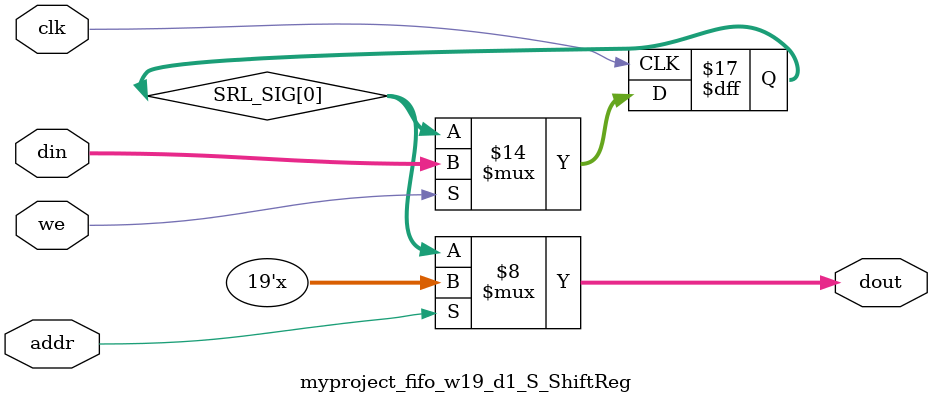
<source format=v>

`timescale 1ns/1ps

module myproject_fifo_w19_d1_S
#(parameter
    MEM_STYLE    = "shiftReg",
    DATA_WIDTH   = 19,
    ADDR_WIDTH   = 1,
    DEPTH        = 1)
(
    // system signal
    input  wire                  clk,
    input  wire                  reset,

    // write
    output wire                  if_full_n,
    input  wire                  if_write_ce,
    input  wire                  if_write,
    input  wire [DATA_WIDTH-1:0] if_din,
    
    // read 
    output wire [ADDR_WIDTH:0]   if_num_data_valid, // for FRP
    output wire [ADDR_WIDTH:0]   if_fifo_cap,       // for FRP

    output wire                  if_empty_n,
    input  wire                  if_read_ce,
    input  wire                  if_read,
    output wire [DATA_WIDTH-1:0] if_dout
);
//------------------------Parameter----------------------
localparam 
    SRL_DEPTH    = DEPTH,
    SRL_AWIDTH   = ADDR_WIDTH;
//------------------------Local signal-------------------
    reg  [SRL_AWIDTH-1:0] addr;
    wire                  push;
    wire                  pop;
    reg  [SRL_AWIDTH:0]   mOutPtr;
    reg                   empty_n = 1'b0;
    reg                   full_n = 1'b1; 

//------------------------Instantiation------------------
    myproject_fifo_w19_d1_S_ShiftReg 
    #(  .DATA_WIDTH (DATA_WIDTH),
        .ADDR_WIDTH (SRL_AWIDTH),
        .DEPTH      (SRL_DEPTH))
    U_myproject_fifo_w19_d1_S_ShiftReg (
        .clk        (clk),
        .we         (push),
        .addr       (addr),
        .din        (if_din),
        .dout       (if_dout)
    );
//------------------------Task and function--------------

//------------------------Body---------------------------
    // num_data_valid 
    assign if_num_data_valid = mOutPtr;
    assign if_fifo_cap       = DEPTH;

    // almost full/empty 

    // program full/empty 

    assign if_full_n  = full_n; 
    assign if_empty_n = empty_n;

    assign push       = full_n & if_write_ce & if_write;
    assign pop        = empty_n & if_read_ce & if_read;

    // addr
    always @(posedge clk) begin
        if (reset)
            addr <= {SRL_AWIDTH{1'b0}};
        else if (push & ~pop && empty_n)
            addr <= addr + 1'b1;
        else if (~push & pop && (mOutPtr != 1))
            addr <= addr - 1'b1;
    end

    // mOutPtr
    always @(posedge clk) begin
        if (reset)
            mOutPtr <= {SRL_AWIDTH+1{1'b0}};
        else if (push & ~pop)
            mOutPtr <= mOutPtr + 1'b1;
        else if (~push & pop)
            mOutPtr <= mOutPtr - 1'b1;
    end

    // full_n
    always @(posedge clk) begin
        if (reset)
            full_n <= 1'b1;
        else if ((push & ~pop) && (mOutPtr == DEPTH - 1))
            full_n <= 1'b0;
        else if (~push & pop)
            full_n <= 1'b1;
    end

    // empty_n
    always @(posedge clk) begin
        if (reset)
            empty_n <= 1'b0;
        else if (push & ~pop)
            empty_n <= 1'b1;
        else if ((~push & pop) && (mOutPtr == 1))
            empty_n <= 1'b0;
    end

    // almost_full_n 

    // almost_empty_n 

    // prog_full_n 
 
    // prog_empty_n 

endmodule  


module myproject_fifo_w19_d1_S_ShiftReg
#(parameter
    DATA_WIDTH  = 19,
    ADDR_WIDTH  = 1,
    DEPTH       = 1)
(
    input  wire                  clk,
    input  wire                  we,
    input  wire [ADDR_WIDTH-1:0] addr,
    input  wire [DATA_WIDTH-1:0] din,
    output wire [DATA_WIDTH-1:0] dout
);

    reg [DATA_WIDTH-1:0] SRL_SIG [0:DEPTH-1];
    integer i;

    always @(posedge clk) begin
        if (we) begin
            for (i=0; i<DEPTH-1; i=i+1)
                SRL_SIG[i+1] <= SRL_SIG[i];
            SRL_SIG[0] <= din;
        end
    end

    assign dout = SRL_SIG[addr];

endmodule
</source>
